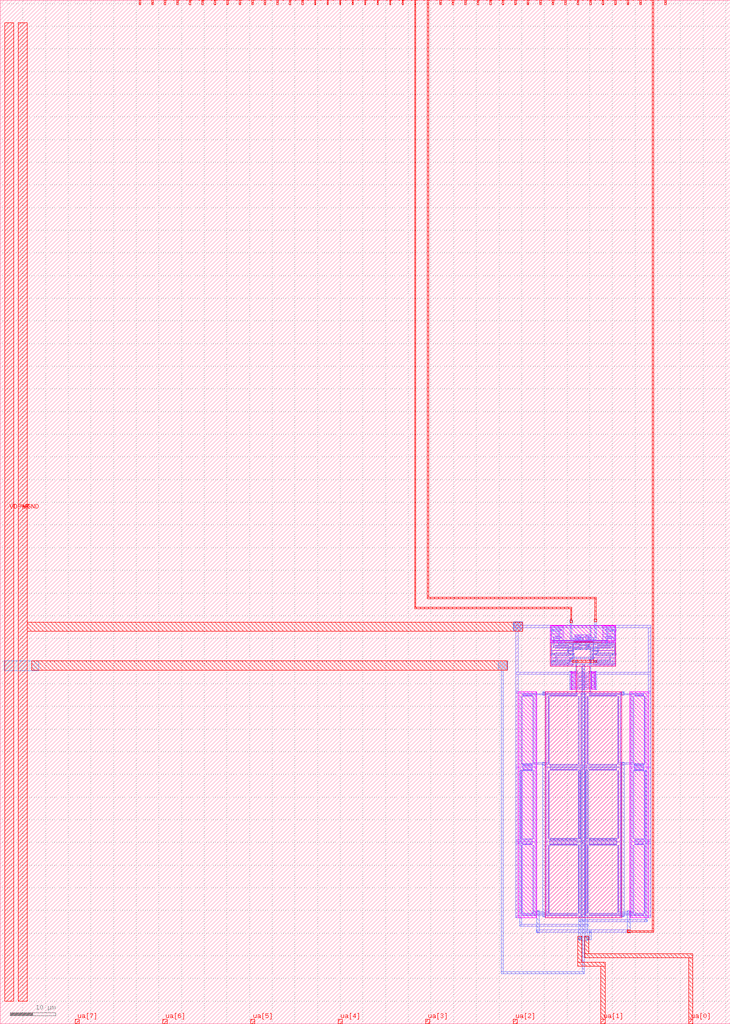
<source format=lef>
VERSION 5.7 ;
  NOWIREEXTENSIONATPIN ON ;
  DIVIDERCHAR "/" ;
  BUSBITCHARS "[]" ;
MACRO tt_um_tdc_its
  CLASS BLOCK ;
  FOREIGN tt_um_tdc_its ;
  ORIGIN 0.000 0.000 ;
  SIZE 161.000 BY 225.760 ;
  PIN clk
    DIRECTION INPUT ;
    USE SIGNAL ;
    ANTENNAGATEAREA 240.000000 ;
    PORT
      LAYER met4 ;
        RECT 143.830 224.760 144.130 225.760 ;
    END
  END clk
  PIN ena
    DIRECTION INPUT ;
    USE SIGNAL ;
    PORT
      LAYER met4 ;
        RECT 146.590 224.760 146.890 225.760 ;
    END
  END ena
  PIN rst_n
    DIRECTION INPUT ;
    USE SIGNAL ;
    PORT
      LAYER met4 ;
        RECT 141.070 224.760 141.370 225.760 ;
    END
  END rst_n
  PIN ua[0]
    DIRECTION INOUT ;
    USE SIGNAL ;
    ANTENNAGATEAREA 120.000000 ;
    PORT
      LAYER met4 ;
        RECT 151.810 0.000 152.710 1.000 ;
    END
  END ua[0]
  PIN ua[1]
    DIRECTION INOUT ;
    USE SIGNAL ;
    ANTENNAGATEAREA 120.000000 ;
    PORT
      LAYER met4 ;
        RECT 132.490 0.000 133.390 1.000 ;
    END
  END ua[1]
  PIN ua[2]
    DIRECTION INOUT ;
    USE SIGNAL ;
    PORT
      LAYER met4 ;
        RECT 113.170 0.000 114.070 1.000 ;
    END
  END ua[2]
  PIN ua[3]
    DIRECTION INOUT ;
    USE SIGNAL ;
    PORT
      LAYER met4 ;
        RECT 93.850 0.000 94.750 1.000 ;
    END
  END ua[3]
  PIN ua[4]
    DIRECTION INOUT ;
    USE SIGNAL ;
    PORT
      LAYER met4 ;
        RECT 74.530 0.000 75.430 1.000 ;
    END
  END ua[4]
  PIN ua[5]
    DIRECTION INOUT ;
    USE SIGNAL ;
    PORT
      LAYER met4 ;
        RECT 55.210 0.000 56.110 1.000 ;
    END
  END ua[5]
  PIN ua[6]
    DIRECTION INOUT ;
    USE SIGNAL ;
    PORT
      LAYER met4 ;
        RECT 35.890 0.000 36.790 1.000 ;
    END
  END ua[6]
  PIN ua[7]
    DIRECTION INOUT ;
    USE SIGNAL ;
    PORT
      LAYER met4 ;
        RECT 16.570 0.000 17.470 1.000 ;
    END
  END ua[7]
  PIN ui_in[0]
    DIRECTION INPUT ;
    USE SIGNAL ;
    PORT
      LAYER met4 ;
        RECT 138.310 224.760 138.610 225.760 ;
    END
  END ui_in[0]
  PIN ui_in[1]
    DIRECTION INPUT ;
    USE SIGNAL ;
    PORT
      LAYER met4 ;
        RECT 135.550 224.760 135.850 225.760 ;
    END
  END ui_in[1]
  PIN ui_in[2]
    DIRECTION INPUT ;
    USE SIGNAL ;
    PORT
      LAYER met4 ;
        RECT 132.790 224.760 133.090 225.760 ;
    END
  END ui_in[2]
  PIN ui_in[3]
    DIRECTION INPUT ;
    USE SIGNAL ;
    PORT
      LAYER met4 ;
        RECT 130.030 224.760 130.330 225.760 ;
    END
  END ui_in[3]
  PIN ui_in[4]
    DIRECTION INPUT ;
    USE SIGNAL ;
    PORT
      LAYER met4 ;
        RECT 127.270 224.760 127.570 225.760 ;
    END
  END ui_in[4]
  PIN ui_in[5]
    DIRECTION INPUT ;
    USE SIGNAL ;
    PORT
      LAYER met4 ;
        RECT 124.510 224.760 124.810 225.760 ;
    END
  END ui_in[5]
  PIN ui_in[6]
    DIRECTION INPUT ;
    USE SIGNAL ;
    PORT
      LAYER met4 ;
        RECT 121.750 224.760 122.050 225.760 ;
    END
  END ui_in[6]
  PIN ui_in[7]
    DIRECTION INPUT ;
    USE SIGNAL ;
    PORT
      LAYER met4 ;
        RECT 118.990 224.760 119.290 225.760 ;
    END
  END ui_in[7]
  PIN uio_in[0]
    DIRECTION INPUT ;
    USE SIGNAL ;
    PORT
      LAYER met4 ;
        RECT 116.230 224.760 116.530 225.760 ;
    END
  END uio_in[0]
  PIN uio_in[1]
    DIRECTION INPUT ;
    USE SIGNAL ;
    PORT
      LAYER met4 ;
        RECT 113.470 224.760 113.770 225.760 ;
    END
  END uio_in[1]
  PIN uio_in[2]
    DIRECTION INPUT ;
    USE SIGNAL ;
    PORT
      LAYER met4 ;
        RECT 110.710 224.760 111.010 225.760 ;
    END
  END uio_in[2]
  PIN uio_in[3]
    DIRECTION INPUT ;
    USE SIGNAL ;
    PORT
      LAYER met4 ;
        RECT 107.950 224.760 108.250 225.760 ;
    END
  END uio_in[3]
  PIN uio_in[4]
    DIRECTION INPUT ;
    USE SIGNAL ;
    PORT
      LAYER met4 ;
        RECT 105.190 224.760 105.490 225.760 ;
    END
  END uio_in[4]
  PIN uio_in[5]
    DIRECTION INPUT ;
    USE SIGNAL ;
    PORT
      LAYER met4 ;
        RECT 102.430 224.760 102.730 225.760 ;
    END
  END uio_in[5]
  PIN uio_in[6]
    DIRECTION INPUT ;
    USE SIGNAL ;
    PORT
      LAYER met4 ;
        RECT 99.670 224.760 99.970 225.760 ;
    END
  END uio_in[6]
  PIN uio_in[7]
    DIRECTION INPUT ;
    USE SIGNAL ;
    PORT
      LAYER met4 ;
        RECT 96.910 224.760 97.210 225.760 ;
    END
  END uio_in[7]
  PIN uio_oe[0]
    DIRECTION OUTPUT ;
    USE SIGNAL ;
    PORT
      LAYER met4 ;
        RECT 49.990 224.760 50.290 225.760 ;
    END
  END uio_oe[0]
  PIN uio_oe[1]
    DIRECTION OUTPUT ;
    USE SIGNAL ;
    PORT
      LAYER met4 ;
        RECT 47.230 224.760 47.530 225.760 ;
    END
  END uio_oe[1]
  PIN uio_oe[2]
    DIRECTION OUTPUT ;
    USE SIGNAL ;
    PORT
      LAYER met4 ;
        RECT 44.470 224.760 44.770 225.760 ;
    END
  END uio_oe[2]
  PIN uio_oe[3]
    DIRECTION OUTPUT ;
    USE SIGNAL ;
    PORT
      LAYER met4 ;
        RECT 41.710 224.760 42.010 225.760 ;
    END
  END uio_oe[3]
  PIN uio_oe[4]
    DIRECTION OUTPUT ;
    USE SIGNAL ;
    PORT
      LAYER met4 ;
        RECT 38.950 224.760 39.250 225.760 ;
    END
  END uio_oe[4]
  PIN uio_oe[5]
    DIRECTION OUTPUT ;
    USE SIGNAL ;
    PORT
      LAYER met4 ;
        RECT 36.190 224.760 36.490 225.760 ;
    END
  END uio_oe[5]
  PIN uio_oe[6]
    DIRECTION OUTPUT ;
    USE SIGNAL ;
    PORT
      LAYER met4 ;
        RECT 33.430 224.760 33.730 225.760 ;
    END
  END uio_oe[6]
  PIN uio_oe[7]
    DIRECTION OUTPUT ;
    USE SIGNAL ;
    PORT
      LAYER met4 ;
        RECT 30.670 224.760 30.970 225.760 ;
    END
  END uio_oe[7]
  PIN uio_out[0]
    DIRECTION OUTPUT ;
    USE SIGNAL ;
    PORT
      LAYER met4 ;
        RECT 72.070 224.760 72.370 225.760 ;
    END
  END uio_out[0]
  PIN uio_out[1]
    DIRECTION OUTPUT ;
    USE SIGNAL ;
    PORT
      LAYER met4 ;
        RECT 69.310 224.760 69.610 225.760 ;
    END
  END uio_out[1]
  PIN uio_out[2]
    DIRECTION OUTPUT ;
    USE SIGNAL ;
    PORT
      LAYER met4 ;
        RECT 66.550 224.760 66.850 225.760 ;
    END
  END uio_out[2]
  PIN uio_out[3]
    DIRECTION OUTPUT ;
    USE SIGNAL ;
    PORT
      LAYER met4 ;
        RECT 63.790 224.760 64.090 225.760 ;
    END
  END uio_out[3]
  PIN uio_out[4]
    DIRECTION OUTPUT ;
    USE SIGNAL ;
    PORT
      LAYER met4 ;
        RECT 61.030 224.760 61.330 225.760 ;
    END
  END uio_out[4]
  PIN uio_out[5]
    DIRECTION OUTPUT ;
    USE SIGNAL ;
    PORT
      LAYER met4 ;
        RECT 58.270 224.760 58.570 225.760 ;
    END
  END uio_out[5]
  PIN uio_out[6]
    DIRECTION OUTPUT ;
    USE SIGNAL ;
    PORT
      LAYER met4 ;
        RECT 55.510 224.760 55.810 225.760 ;
    END
  END uio_out[6]
  PIN uio_out[7]
    DIRECTION OUTPUT ;
    USE SIGNAL ;
    PORT
      LAYER met4 ;
        RECT 52.750 224.760 53.050 225.760 ;
    END
  END uio_out[7]
  PIN uo_out[0]
    DIRECTION OUTPUT ;
    USE SIGNAL ;
    ANTENNAGATEAREA 0.247500 ;
    ANTENNADIFFAREA 0.439000 ;
    PORT
      LAYER met4 ;
        RECT 94.150 224.760 94.450 225.760 ;
    END
  END uo_out[0]
  PIN uo_out[1]
    DIRECTION OUTPUT ;
    USE SIGNAL ;
    ANTENNAGATEAREA 0.247500 ;
    ANTENNADIFFAREA 0.439000 ;
    PORT
      LAYER met4 ;
        RECT 91.390 224.760 91.690 225.760 ;
    END
  END uo_out[1]
  PIN uo_out[2]
    DIRECTION OUTPUT ;
    USE SIGNAL ;
    PORT
      LAYER met4 ;
        RECT 88.630 224.760 88.930 225.760 ;
    END
  END uo_out[2]
  PIN uo_out[3]
    DIRECTION OUTPUT ;
    USE SIGNAL ;
    PORT
      LAYER met4 ;
        RECT 85.870 224.760 86.170 225.760 ;
    END
  END uo_out[3]
  PIN uo_out[4]
    DIRECTION OUTPUT ;
    USE SIGNAL ;
    PORT
      LAYER met4 ;
        RECT 83.110 224.760 83.410 225.760 ;
    END
  END uo_out[4]
  PIN uo_out[5]
    DIRECTION OUTPUT ;
    USE SIGNAL ;
    PORT
      LAYER met4 ;
        RECT 80.350 224.760 80.650 225.760 ;
    END
  END uo_out[5]
  PIN uo_out[6]
    DIRECTION OUTPUT ;
    USE SIGNAL ;
    PORT
      LAYER met4 ;
        RECT 77.590 224.760 77.890 225.760 ;
    END
  END uo_out[6]
  PIN uo_out[7]
    DIRECTION OUTPUT ;
    USE SIGNAL ;
    PORT
      LAYER met4 ;
        RECT 74.830 224.760 75.130 225.760 ;
    END
  END uo_out[7]
  PIN VDPWR
    DIRECTION INOUT ;
    USE POWER ;
    PORT
      LAYER met4 ;
        RECT 1.000 5.000 3.000 220.760 ;
    END
  END VDPWR
  PIN VGND
    DIRECTION INOUT ;
    USE GROUND ;
    PORT
      LAYER met4 ;
        RECT 4.000 5.000 6.000 220.760 ;
    END
  END VGND
  OBS
      LAYER pwell ;
        RECT 121.335 87.745 124.435 87.845 ;
        RECT 132.665 87.745 135.765 87.845 ;
        RECT 121.335 84.425 135.765 87.745 ;
        RECT 121.335 84.155 124.435 84.425 ;
      LAYER nwell ;
        RECT 126.525 84.155 130.575 84.220 ;
      LAYER pwell ;
        RECT 132.665 84.155 135.765 84.425 ;
      LAYER nwell ;
        RECT 121.335 78.885 135.765 84.155 ;
      LAYER pwell ;
        RECT 125.780 77.610 125.950 77.635 ;
        RECT 125.780 77.465 126.880 77.610 ;
        RECT 125.970 73.740 126.880 77.465 ;
      LAYER nwell ;
        RECT 127.170 73.250 130.000 78.885 ;
      LAYER pwell ;
        RECT 131.220 77.610 131.390 77.635 ;
        RECT 130.290 77.465 131.390 77.610 ;
        RECT 130.290 73.740 131.200 77.465 ;
        RECT 114.240 23.425 118.340 73.245 ;
      LAYER nwell ;
        RECT 120.160 23.430 137.035 73.250 ;
      LAYER pwell ;
        RECT 138.855 23.425 142.955 73.245 ;
      LAYER li1 ;
        RECT 121.515 87.495 124.255 87.665 ;
        RECT 121.515 86.085 121.685 87.495 ;
        RECT 122.025 86.625 122.195 86.955 ;
        RECT 122.365 86.925 123.405 87.095 ;
        RECT 122.365 86.485 123.405 86.655 ;
        RECT 123.575 86.625 123.745 86.955 ;
        RECT 124.085 86.085 124.255 87.495 ;
        RECT 121.515 85.915 124.255 86.085 ;
        RECT 121.515 84.505 121.685 85.915 ;
        RECT 122.025 85.045 122.195 85.375 ;
        RECT 122.365 85.345 123.405 85.515 ;
        RECT 122.365 84.905 123.405 85.075 ;
        RECT 123.575 85.045 123.745 85.375 ;
        RECT 124.085 84.505 124.255 85.915 ;
        RECT 132.845 87.495 135.585 87.665 ;
        RECT 132.845 86.085 133.015 87.495 ;
        RECT 133.355 86.625 133.525 86.955 ;
        RECT 133.695 86.925 134.735 87.095 ;
        RECT 133.695 86.485 134.735 86.655 ;
        RECT 134.905 86.625 135.075 86.955 ;
        RECT 135.415 86.085 135.585 87.495 ;
        RECT 132.845 85.915 135.585 86.085 ;
        RECT 126.715 85.440 128.095 85.610 ;
        RECT 129.005 85.440 130.385 85.610 ;
        RECT 126.800 84.640 127.110 85.440 ;
        RECT 127.315 84.640 128.010 85.270 ;
        RECT 129.090 84.640 129.400 85.440 ;
        RECT 129.605 84.640 130.300 85.270 ;
        RECT 121.515 84.335 124.255 84.505 ;
        RECT 126.810 84.200 127.145 84.470 ;
        RECT 127.315 84.040 127.485 84.640 ;
        RECT 127.655 84.200 127.990 84.450 ;
        RECT 129.100 84.200 129.435 84.470 ;
        RECT 129.605 84.040 129.775 84.640 ;
        RECT 132.845 84.505 133.015 85.915 ;
        RECT 133.355 85.045 133.525 85.375 ;
        RECT 133.695 85.345 134.735 85.515 ;
        RECT 133.695 84.905 134.735 85.075 ;
        RECT 134.905 85.045 135.075 85.375 ;
        RECT 135.415 84.505 135.585 85.915 ;
        RECT 129.945 84.200 130.280 84.450 ;
        RECT 132.845 84.335 135.585 84.505 ;
        RECT 121.515 83.805 126.345 83.975 ;
        RECT 121.515 82.395 121.685 83.805 ;
        RECT 122.025 82.935 122.195 83.265 ;
        RECT 122.410 83.235 125.450 83.405 ;
        RECT 122.410 82.795 125.450 82.965 ;
        RECT 125.665 82.935 125.835 83.265 ;
        RECT 126.175 82.395 126.345 83.805 ;
        RECT 126.800 82.890 127.080 84.030 ;
        RECT 127.250 83.060 127.580 84.040 ;
        RECT 127.750 82.890 128.010 84.030 ;
        RECT 129.090 82.890 129.370 84.030 ;
        RECT 129.540 83.060 129.870 84.040 ;
        RECT 130.040 82.890 130.300 84.030 ;
        RECT 130.755 83.805 135.585 83.975 ;
        RECT 126.715 82.720 128.095 82.890 ;
        RECT 129.005 82.720 130.385 82.890 ;
        RECT 121.515 82.225 126.345 82.395 ;
        RECT 121.515 80.815 121.685 82.225 ;
        RECT 122.025 81.355 122.195 81.685 ;
        RECT 122.410 81.655 125.450 81.825 ;
        RECT 122.410 81.215 125.450 81.385 ;
        RECT 125.665 81.355 125.835 81.685 ;
        RECT 126.175 80.815 126.345 82.225 ;
        RECT 121.515 80.645 126.345 80.815 ;
        RECT 121.515 79.235 121.685 80.645 ;
        RECT 122.025 79.775 122.195 80.105 ;
        RECT 122.410 80.075 125.450 80.245 ;
        RECT 122.410 79.635 125.450 79.805 ;
        RECT 125.665 79.775 125.835 80.105 ;
        RECT 126.175 79.235 126.345 80.645 ;
        RECT 121.515 79.065 126.345 79.235 ;
        RECT 130.755 82.395 130.925 83.805 ;
        RECT 131.265 82.935 131.435 83.265 ;
        RECT 131.650 83.235 134.690 83.405 ;
        RECT 131.650 82.795 134.690 82.965 ;
        RECT 134.905 82.935 135.075 83.265 ;
        RECT 135.415 82.395 135.585 83.805 ;
        RECT 130.755 82.225 135.585 82.395 ;
        RECT 130.755 80.815 130.925 82.225 ;
        RECT 131.265 81.355 131.435 81.685 ;
        RECT 131.650 81.655 134.690 81.825 ;
        RECT 131.650 81.215 134.690 81.385 ;
        RECT 134.905 81.355 135.075 81.685 ;
        RECT 135.415 80.815 135.585 82.225 ;
        RECT 130.755 80.645 135.585 80.815 ;
        RECT 130.755 79.235 130.925 80.645 ;
        RECT 131.265 79.775 131.435 80.105 ;
        RECT 131.650 80.075 134.690 80.245 ;
        RECT 131.650 79.635 134.690 79.805 ;
        RECT 134.905 79.775 135.075 80.105 ;
        RECT 135.415 79.235 135.585 80.645 ;
        RECT 130.755 79.065 135.585 79.235 ;
        RECT 125.780 77.525 125.950 77.780 ;
        RECT 125.780 77.270 126.410 77.525 ;
        RECT 126.580 77.350 127.530 77.695 ;
        RECT 128.500 77.525 128.670 77.780 ;
        RECT 125.780 76.600 125.950 77.270 ;
        RECT 126.580 77.100 126.770 77.350 ;
        RECT 127.360 77.100 127.530 77.350 ;
        RECT 127.700 77.270 129.470 77.525 ;
        RECT 129.640 77.350 130.590 77.695 ;
        RECT 131.220 77.525 131.390 77.780 ;
        RECT 126.120 76.770 126.770 77.100 ;
        RECT 125.780 76.430 126.410 76.600 ;
        RECT 125.780 75.760 125.950 76.430 ;
        RECT 126.580 76.260 126.770 76.770 ;
        RECT 126.120 75.930 126.770 76.260 ;
        RECT 125.780 75.590 126.410 75.760 ;
        RECT 125.780 74.920 125.950 75.590 ;
        RECT 126.580 75.420 126.770 75.930 ;
        RECT 126.120 75.090 126.770 75.420 ;
        RECT 125.780 74.750 126.410 74.920 ;
        RECT 125.780 74.080 125.950 74.750 ;
        RECT 126.580 74.580 126.770 75.090 ;
        RECT 126.120 74.250 126.770 74.580 ;
        RECT 125.780 73.775 126.410 74.080 ;
        RECT 126.580 74.045 126.770 74.250 ;
        RECT 126.940 74.245 127.190 77.100 ;
        RECT 127.360 76.770 128.330 77.100 ;
        RECT 127.360 76.260 127.530 76.770 ;
        RECT 128.500 76.600 128.670 77.270 ;
        RECT 129.640 77.100 129.810 77.350 ;
        RECT 130.400 77.100 130.590 77.350 ;
        RECT 130.760 77.270 131.390 77.525 ;
        RECT 128.840 76.770 129.810 77.100 ;
        RECT 127.700 76.430 129.470 76.600 ;
        RECT 127.360 75.930 128.330 76.260 ;
        RECT 127.360 75.420 127.530 75.930 ;
        RECT 128.500 75.760 128.670 76.430 ;
        RECT 129.640 76.260 129.810 76.770 ;
        RECT 128.840 75.930 129.810 76.260 ;
        RECT 127.700 75.590 129.470 75.760 ;
        RECT 127.360 75.090 128.330 75.420 ;
        RECT 127.360 74.580 127.530 75.090 ;
        RECT 128.500 74.920 128.670 75.590 ;
        RECT 129.640 75.420 129.810 75.930 ;
        RECT 128.840 75.090 129.810 75.420 ;
        RECT 127.700 74.750 129.470 74.920 ;
        RECT 127.360 74.250 128.330 74.580 ;
        RECT 126.940 74.215 127.110 74.245 ;
        RECT 127.360 74.045 127.530 74.250 ;
        RECT 128.500 74.080 128.670 74.750 ;
        RECT 129.640 74.580 129.810 75.090 ;
        RECT 128.840 74.250 129.810 74.580 ;
        RECT 125.780 73.640 125.950 73.775 ;
        RECT 126.580 73.725 127.530 74.045 ;
        RECT 127.700 73.780 129.470 74.080 ;
        RECT 129.640 74.045 129.810 74.250 ;
        RECT 129.980 74.245 130.230 77.100 ;
        RECT 130.400 76.770 131.050 77.100 ;
        RECT 130.400 76.260 130.590 76.770 ;
        RECT 131.220 76.600 131.390 77.270 ;
        RECT 130.760 76.430 131.390 76.600 ;
        RECT 130.400 75.930 131.050 76.260 ;
        RECT 130.400 75.420 130.590 75.930 ;
        RECT 131.220 75.760 131.390 76.430 ;
        RECT 130.760 75.590 131.390 75.760 ;
        RECT 130.400 75.090 131.050 75.420 ;
        RECT 130.400 74.580 130.590 75.090 ;
        RECT 131.220 74.920 131.390 75.590 ;
        RECT 130.760 74.750 131.390 74.920 ;
        RECT 130.400 74.250 131.050 74.580 ;
        RECT 130.400 74.045 130.590 74.250 ;
        RECT 131.220 74.080 131.390 74.750 ;
        RECT 128.500 73.640 128.670 73.780 ;
        RECT 129.640 73.725 130.590 74.045 ;
        RECT 130.760 73.775 131.390 74.080 ;
        RECT 131.220 73.640 131.390 73.775 ;
        RECT 113.740 73.245 114.240 73.425 ;
        RECT 113.740 72.895 118.160 73.245 ;
        RECT 113.740 56.635 114.590 72.895 ;
        RECT 115.270 72.325 117.310 72.495 ;
        RECT 114.930 57.265 115.100 72.265 ;
        RECT 117.480 57.265 117.650 72.265 ;
        RECT 115.270 57.035 117.310 57.205 ;
        RECT 117.990 56.635 118.160 72.895 ;
        RECT 113.740 56.465 118.160 56.635 ;
        RECT 113.740 40.205 114.590 56.465 ;
        RECT 115.270 55.895 117.310 56.065 ;
        RECT 114.930 40.835 115.100 55.835 ;
        RECT 117.480 40.835 117.650 55.835 ;
        RECT 115.270 40.605 117.310 40.775 ;
        RECT 117.990 40.205 118.160 56.465 ;
        RECT 113.740 40.035 118.160 40.205 ;
        RECT 113.740 23.775 114.590 40.035 ;
        RECT 115.270 39.465 117.310 39.635 ;
        RECT 114.930 24.405 115.100 39.405 ;
        RECT 117.480 24.405 117.650 39.405 ;
        RECT 115.270 24.175 117.310 24.345 ;
        RECT 117.990 23.775 118.160 40.035 ;
        RECT 113.740 23.425 118.160 23.775 ;
        RECT 120.340 72.900 128.350 73.250 ;
        RECT 120.340 56.640 120.510 72.900 ;
        RECT 121.235 72.330 127.275 72.500 ;
        RECT 120.850 57.270 121.020 72.270 ;
        RECT 127.490 57.270 127.660 72.270 ;
        RECT 121.235 57.040 127.275 57.210 ;
        RECT 128.000 56.640 128.350 72.900 ;
        RECT 120.340 56.470 128.350 56.640 ;
        RECT 120.340 40.210 120.510 56.470 ;
        RECT 121.235 55.900 127.275 56.070 ;
        RECT 120.850 40.840 121.020 55.840 ;
        RECT 127.490 40.840 127.660 55.840 ;
        RECT 121.235 40.610 127.275 40.780 ;
        RECT 128.000 40.210 128.350 56.470 ;
        RECT 120.340 40.040 128.350 40.210 ;
        RECT 120.340 23.780 120.510 40.040 ;
        RECT 121.235 39.470 127.275 39.640 ;
        RECT 120.850 24.410 121.020 39.410 ;
        RECT 127.490 24.410 127.660 39.410 ;
        RECT 121.235 24.180 127.275 24.350 ;
        RECT 128.000 23.780 128.350 40.040 ;
        RECT 120.340 23.430 128.350 23.780 ;
        RECT 128.845 72.900 136.855 73.250 ;
        RECT 142.955 73.245 143.455 73.425 ;
        RECT 128.845 56.640 129.195 72.900 ;
        RECT 129.920 72.330 135.960 72.500 ;
        RECT 129.535 57.270 129.705 72.270 ;
        RECT 136.175 57.270 136.345 72.270 ;
        RECT 129.920 57.040 135.960 57.210 ;
        RECT 136.685 56.640 136.855 72.900 ;
        RECT 128.845 56.470 136.855 56.640 ;
        RECT 128.845 40.210 129.195 56.470 ;
        RECT 129.920 55.900 135.960 56.070 ;
        RECT 129.535 40.840 129.705 55.840 ;
        RECT 136.175 40.840 136.345 55.840 ;
        RECT 129.920 40.610 135.960 40.780 ;
        RECT 136.685 40.210 136.855 56.470 ;
        RECT 128.845 40.040 136.855 40.210 ;
        RECT 128.845 23.780 129.195 40.040 ;
        RECT 129.920 39.470 135.960 39.640 ;
        RECT 129.535 24.410 129.705 39.410 ;
        RECT 136.175 24.410 136.345 39.410 ;
        RECT 129.920 24.180 135.960 24.350 ;
        RECT 136.685 23.780 136.855 40.040 ;
        RECT 128.845 23.430 136.855 23.780 ;
        RECT 139.035 72.895 143.455 73.245 ;
        RECT 139.035 56.635 139.205 72.895 ;
        RECT 139.885 72.325 141.925 72.495 ;
        RECT 139.545 57.265 139.715 72.265 ;
        RECT 142.095 57.265 142.265 72.265 ;
        RECT 139.885 57.035 141.925 57.205 ;
        RECT 142.605 56.635 143.455 72.895 ;
        RECT 139.035 56.465 143.455 56.635 ;
        RECT 139.035 40.205 139.205 56.465 ;
        RECT 139.885 55.895 141.925 56.065 ;
        RECT 139.545 40.835 139.715 55.835 ;
        RECT 142.095 40.835 142.265 55.835 ;
        RECT 139.885 40.605 141.925 40.775 ;
        RECT 142.605 40.205 143.455 56.465 ;
        RECT 139.035 40.035 143.455 40.205 ;
        RECT 139.035 23.775 139.205 40.035 ;
        RECT 139.885 39.465 141.925 39.635 ;
        RECT 139.545 24.405 139.715 39.405 ;
        RECT 142.095 24.405 142.265 39.405 ;
        RECT 139.885 24.175 141.925 24.345 ;
        RECT 142.605 23.775 143.455 40.035 ;
        RECT 139.035 23.425 143.455 23.775 ;
      LAYER met1 ;
        RECT 113.190 87.845 115.290 88.570 ;
        RECT 113.190 87.360 143.485 87.845 ;
        RECT 113.190 86.570 115.290 87.360 ;
        RECT 123.135 87.125 123.385 87.360 ;
        RECT 121.285 86.625 121.665 86.955 ;
        RECT 121.845 86.625 122.225 86.955 ;
        RECT 122.385 86.895 123.385 87.125 ;
        RECT 113.710 77.560 114.270 86.570 ;
        RECT 121.335 81.685 121.595 86.625 ;
        RECT 122.385 86.455 123.385 86.685 ;
        RECT 123.545 86.625 123.825 86.955 ;
        RECT 123.135 85.545 123.385 86.455 ;
        RECT 130.070 85.765 130.385 87.360 ;
        RECT 133.715 87.125 133.965 87.360 ;
        RECT 133.275 86.625 133.555 86.955 ;
        RECT 133.715 86.895 134.715 87.125 ;
        RECT 133.715 86.455 134.715 86.685 ;
        RECT 134.875 86.625 135.255 86.955 ;
        RECT 135.435 86.625 135.815 86.955 ;
        RECT 121.945 84.595 122.225 85.375 ;
        RECT 122.385 85.315 123.385 85.545 ;
        RECT 122.385 84.875 123.385 85.105 ;
        RECT 123.545 85.045 123.825 85.375 ;
        RECT 126.715 85.285 130.390 85.765 ;
        RECT 133.715 85.545 133.965 86.455 ;
        RECT 121.895 84.335 122.275 84.595 ;
        RECT 121.945 82.935 122.225 84.335 ;
        RECT 123.135 83.975 123.385 84.875 ;
        RECT 127.640 84.810 128.675 85.090 ;
        RECT 129.720 84.835 130.110 85.115 ;
        RECT 133.275 85.045 133.555 85.375 ;
        RECT 133.715 85.315 134.715 85.545 ;
        RECT 133.715 84.875 134.715 85.105 ;
        RECT 126.800 84.135 127.135 84.480 ;
        RECT 123.085 83.715 123.465 83.975 ;
        RECT 126.165 83.715 126.525 83.975 ;
        RECT 126.750 83.865 127.185 84.135 ;
        RECT 123.135 83.435 123.385 83.715 ;
        RECT 122.430 83.205 125.430 83.435 ;
        RECT 122.430 82.765 125.480 82.995 ;
        RECT 125.635 82.935 125.915 83.265 ;
        RECT 125.120 82.735 125.480 82.765 ;
        RECT 126.215 82.395 126.475 83.715 ;
        RECT 127.655 83.695 127.990 84.530 ;
        RECT 128.395 84.505 128.675 84.810 ;
        RECT 133.715 84.595 133.965 84.875 ;
        RECT 128.395 84.225 129.435 84.505 ;
        RECT 129.895 84.200 130.330 84.530 ;
        RECT 130.575 84.335 130.935 84.595 ;
        RECT 133.635 84.335 134.015 84.595 ;
        RECT 127.655 83.525 129.850 83.695 ;
        RECT 127.655 83.360 129.900 83.525 ;
        RECT 129.510 83.245 129.900 83.360 ;
        RECT 126.715 82.565 130.385 83.045 ;
        RECT 125.120 82.135 125.480 82.395 ;
        RECT 126.165 82.135 126.525 82.395 ;
        RECT 125.170 81.855 125.430 82.135 ;
        RECT 121.285 81.355 121.665 81.685 ;
        RECT 121.895 81.355 122.275 81.685 ;
        RECT 122.430 81.625 125.430 81.855 ;
        RECT 125.170 81.620 125.430 81.625 ;
        RECT 122.430 81.185 125.430 81.415 ;
        RECT 125.585 81.355 125.965 81.685 ;
        RECT 122.430 80.275 122.680 81.185 ;
        RECT 125.585 80.465 125.965 80.795 ;
        RECT 121.895 79.775 122.275 80.105 ;
        RECT 122.430 80.045 125.430 80.275 ;
        RECT 125.635 80.105 125.915 80.465 ;
        RECT 122.430 79.605 125.430 79.835 ;
        RECT 125.585 79.775 125.965 80.105 ;
        RECT 125.180 79.370 125.430 79.605 ;
        RECT 128.295 79.370 128.895 79.405 ;
        RECT 130.070 79.370 130.385 82.565 ;
        RECT 130.625 82.395 130.885 84.335 ;
        RECT 133.715 83.435 133.965 84.335 ;
        RECT 134.875 83.975 135.155 85.375 ;
        RECT 134.825 83.715 135.205 83.975 ;
        RECT 131.185 82.935 131.465 83.265 ;
        RECT 131.670 83.205 134.670 83.435 ;
        RECT 131.620 82.765 134.670 82.995 ;
        RECT 134.875 82.935 135.155 83.715 ;
        RECT 131.620 82.735 131.980 82.765 ;
        RECT 130.575 82.135 130.935 82.395 ;
        RECT 131.620 82.135 131.980 82.395 ;
        RECT 131.670 81.855 131.930 82.135 ;
        RECT 130.525 81.355 130.905 81.685 ;
        RECT 131.135 81.355 131.515 81.685 ;
        RECT 131.670 81.625 134.670 81.855 ;
        RECT 135.505 81.685 135.765 86.625 ;
        RECT 130.575 80.795 130.855 81.355 ;
        RECT 131.670 81.185 134.670 81.415 ;
        RECT 134.825 81.355 135.205 81.685 ;
        RECT 135.435 81.355 135.815 81.685 ;
        RECT 130.575 80.465 130.975 80.795 ;
        RECT 130.575 80.415 130.855 80.465 ;
        RECT 134.420 80.275 134.670 81.185 ;
        RECT 131.135 79.775 131.515 80.105 ;
        RECT 131.670 80.045 134.670 80.275 ;
        RECT 131.670 79.605 134.670 79.835 ;
        RECT 134.875 79.775 135.155 80.105 ;
        RECT 131.670 79.370 131.920 79.605 ;
        RECT 121.335 78.885 135.765 79.370 ;
        RECT 125.625 77.560 126.105 77.780 ;
        RECT 113.710 77.060 126.105 77.560 ;
        RECT 126.890 77.300 127.200 77.745 ;
        RECT 113.710 40.545 114.270 77.060 ;
        RECT 125.625 73.640 126.105 77.060 ;
        RECT 119.660 72.765 120.160 73.065 ;
        RECT 126.910 72.765 127.140 76.860 ;
        RECT 115.290 72.515 127.255 72.765 ;
        RECT 128.295 72.650 128.895 78.885 ;
        RECT 129.945 77.300 130.255 77.745 ;
        RECT 131.065 77.555 131.545 77.780 ;
        RECT 142.925 77.555 143.485 87.360 ;
        RECT 131.065 77.055 143.485 77.555 ;
        RECT 130.030 72.765 130.260 76.860 ;
        RECT 131.065 73.640 131.545 77.055 ;
        RECT 137.035 72.765 137.535 73.065 ;
        RECT 115.290 72.265 117.290 72.515 ;
        RECT 119.660 72.465 120.160 72.515 ;
        RECT 121.255 72.270 127.255 72.515 ;
        RECT 114.900 57.285 115.130 72.245 ;
        RECT 117.450 57.535 117.680 72.245 ;
        RECT 119.575 57.535 120.235 57.610 ;
        RECT 120.820 57.535 121.050 72.250 ;
        RECT 115.290 56.925 117.290 57.315 ;
        RECT 117.450 57.285 121.050 57.535 ;
        RECT 127.460 57.290 127.690 72.250 ;
        RECT 119.575 57.010 120.235 57.285 ;
        RECT 121.255 56.980 127.255 57.240 ;
        RECT 128.140 56.980 129.055 72.650 ;
        RECT 129.940 72.515 141.905 72.765 ;
        RECT 129.940 72.270 135.940 72.515 ;
        RECT 137.035 72.465 137.535 72.515 ;
        RECT 139.905 72.265 141.905 72.515 ;
        RECT 129.505 57.290 129.735 72.250 ;
        RECT 136.145 57.535 136.375 72.250 ;
        RECT 136.960 57.535 137.620 57.610 ;
        RECT 139.515 57.535 139.745 72.245 ;
        RECT 136.145 57.285 139.745 57.535 ;
        RECT 129.940 56.980 135.940 57.240 ;
        RECT 136.960 57.010 137.620 57.285 ;
        RECT 121.255 56.670 135.940 56.980 ;
        RECT 139.905 56.925 141.905 57.315 ;
        RECT 142.065 57.285 142.295 72.245 ;
        RECT 120.760 56.440 136.435 56.670 ;
        RECT 114.630 55.815 114.930 55.885 ;
        RECT 114.630 40.855 115.130 55.815 ;
        RECT 115.290 55.785 117.290 56.175 ;
        RECT 121.255 56.130 135.940 56.440 ;
        RECT 121.255 55.870 127.255 56.130 ;
        RECT 127.660 55.820 127.960 55.890 ;
        RECT 117.450 40.855 117.680 55.815 ;
        RECT 120.820 40.860 121.050 55.820 ;
        RECT 114.630 40.785 114.930 40.855 ;
        RECT 115.290 40.545 117.290 40.805 ;
        RECT 113.710 39.695 117.290 40.545 ;
        RECT 121.255 40.500 127.255 40.890 ;
        RECT 127.460 40.860 127.960 55.820 ;
        RECT 127.660 40.790 127.960 40.860 ;
        RECT 128.140 40.460 129.055 56.130 ;
        RECT 129.235 55.820 129.535 55.890 ;
        RECT 129.940 55.870 135.940 56.130 ;
        RECT 129.235 40.860 129.735 55.820 ;
        RECT 129.235 40.790 129.535 40.860 ;
        RECT 129.940 40.500 135.940 40.890 ;
        RECT 136.145 40.860 136.375 55.820 ;
        RECT 139.515 40.855 139.745 55.815 ;
        RECT 139.905 55.785 141.905 56.175 ;
        RECT 142.265 55.815 142.565 55.885 ;
        RECT 142.065 40.855 142.565 55.815 ;
        RECT 139.905 40.545 141.905 40.805 ;
        RECT 142.265 40.785 142.565 40.855 ;
        RECT 142.925 40.545 143.485 77.055 ;
        RECT 128.295 39.790 128.895 40.460 ;
        RECT 113.710 23.365 114.270 39.695 ;
        RECT 115.290 39.435 117.290 39.695 ;
        RECT 114.900 24.425 115.130 39.385 ;
        RECT 117.450 24.675 117.680 39.385 ;
        RECT 118.340 24.675 118.840 24.975 ;
        RECT 120.820 24.675 121.050 39.390 ;
        RECT 121.255 39.360 127.255 39.750 ;
        RECT 117.450 24.425 121.050 24.675 ;
        RECT 127.460 24.430 127.690 39.390 ;
        RECT 115.290 24.155 117.290 24.405 ;
        RECT 118.340 24.375 118.840 24.425 ;
        RECT 121.255 24.155 127.255 24.410 ;
        RECT 115.290 23.905 127.255 24.155 ;
        RECT 128.140 24.030 129.055 39.790 ;
        RECT 129.505 24.430 129.735 39.390 ;
        RECT 129.940 39.360 135.940 39.750 ;
        RECT 139.905 39.695 143.485 40.545 ;
        RECT 139.905 39.435 141.905 39.695 ;
        RECT 136.145 24.675 136.375 39.390 ;
        RECT 138.355 24.675 138.855 24.975 ;
        RECT 139.515 24.675 139.745 39.385 ;
        RECT 136.145 24.425 139.745 24.675 ;
        RECT 142.065 24.425 142.295 39.385 ;
        RECT 129.940 24.155 135.940 24.410 ;
        RECT 138.355 24.375 138.855 24.425 ;
        RECT 139.905 24.155 141.905 24.405 ;
        RECT 119.660 23.605 120.160 23.905 ;
        RECT 128.295 23.370 128.895 24.030 ;
        RECT 129.940 23.905 141.905 24.155 ;
        RECT 137.035 23.605 137.535 23.905 ;
        RECT 142.925 23.365 143.485 39.695 ;
        RECT 127.610 22.925 128.010 22.975 ;
        RECT 142.215 22.925 142.615 22.975 ;
        RECT 127.610 22.525 142.615 22.925 ;
        RECT 127.610 22.475 128.010 22.525 ;
        RECT 142.215 22.475 142.615 22.525 ;
        RECT 114.580 21.945 114.980 21.995 ;
        RECT 129.185 21.945 129.585 21.995 ;
        RECT 114.580 21.545 129.585 21.945 ;
        RECT 114.580 21.495 114.980 21.545 ;
        RECT 129.185 21.495 129.585 21.545 ;
        RECT 118.290 20.730 118.890 20.780 ;
        RECT 129.930 20.730 130.330 20.780 ;
        RECT 138.305 20.730 138.905 20.780 ;
        RECT 118.290 20.130 138.905 20.730 ;
        RECT 118.290 20.080 118.890 20.130 ;
        RECT 129.930 20.080 130.330 20.130 ;
        RECT 138.305 20.080 138.905 20.130 ;
      LAYER met2 ;
        RECT 125.760 88.995 126.020 89.255 ;
        RECT 131.145 89.245 131.425 89.255 ;
        RECT 113.240 86.520 115.240 88.620 ;
        RECT 125.675 88.410 126.170 88.995 ;
        RECT 131.045 88.660 131.540 89.245 ;
        RECT 121.335 86.955 121.615 87.005 ;
        RECT 121.895 86.955 122.175 87.005 ;
        RECT 121.335 86.625 122.175 86.955 ;
        RECT 121.335 86.575 121.615 86.625 ;
        RECT 121.895 86.575 122.175 86.625 ;
        RECT 125.760 85.070 126.020 88.410 ;
        RECT 127.690 85.070 127.980 85.140 ;
        RECT 125.760 84.810 127.980 85.070 ;
        RECT 127.690 84.760 127.980 84.810 ;
        RECT 129.770 85.115 130.060 85.165 ;
        RECT 131.145 85.115 131.425 88.660 ;
        RECT 134.925 86.955 135.205 87.005 ;
        RECT 135.485 86.955 135.765 87.005 ;
        RECT 134.925 86.625 135.765 86.955 ;
        RECT 134.925 86.575 135.205 86.625 ;
        RECT 135.485 86.575 135.765 86.625 ;
        RECT 129.770 84.835 131.425 85.115 ;
        RECT 129.770 84.785 130.060 84.835 ;
        RECT 121.945 84.595 122.225 84.645 ;
        RECT 130.625 84.595 130.885 84.645 ;
        RECT 133.685 84.595 133.965 84.645 ;
        RECT 121.945 84.335 133.965 84.595 ;
        RECT 121.945 84.285 122.225 84.335 ;
        RECT 123.135 83.975 123.415 84.025 ;
        RECT 126.215 83.975 126.475 84.025 ;
        RECT 126.800 83.975 127.135 84.185 ;
        RECT 129.945 84.150 130.280 84.335 ;
        RECT 130.625 84.285 130.885 84.335 ;
        RECT 133.685 84.285 133.965 84.335 ;
        RECT 134.875 83.975 135.155 84.025 ;
        RECT 123.135 83.715 135.155 83.975 ;
        RECT 123.135 83.665 123.415 83.715 ;
        RECT 126.215 83.665 126.475 83.715 ;
        RECT 134.875 83.665 135.155 83.715 ;
        RECT 129.560 83.195 129.850 83.575 ;
        RECT 125.170 82.995 125.430 83.045 ;
        RECT 131.670 82.995 131.930 83.045 ;
        RECT 125.170 82.735 131.930 82.995 ;
        RECT 125.170 82.685 125.430 82.735 ;
        RECT 126.845 82.515 127.105 82.735 ;
        RECT 127.770 82.515 128.030 82.735 ;
        RECT 129.150 82.515 129.410 82.735 ;
        RECT 130.070 82.515 130.330 82.735 ;
        RECT 131.670 82.685 131.930 82.735 ;
        RECT 125.170 82.395 125.430 82.445 ;
        RECT 126.215 82.395 126.475 82.445 ;
        RECT 125.170 82.135 126.475 82.395 ;
        RECT 125.170 82.085 125.430 82.135 ;
        RECT 126.215 82.085 126.475 82.135 ;
        RECT 130.625 82.395 130.885 82.445 ;
        RECT 131.670 82.395 131.930 82.445 ;
        RECT 130.625 82.135 131.930 82.395 ;
        RECT 130.625 82.085 130.885 82.135 ;
        RECT 131.670 82.085 131.930 82.135 ;
        RECT 121.335 81.685 121.615 81.735 ;
        RECT 121.945 81.685 122.225 81.735 ;
        RECT 121.335 81.355 122.225 81.685 ;
        RECT 121.335 81.305 121.615 81.355 ;
        RECT 121.945 81.305 122.225 81.355 ;
        RECT 125.635 81.685 125.915 81.735 ;
        RECT 126.245 81.685 126.525 81.735 ;
        RECT 125.635 81.355 126.525 81.685 ;
        RECT 125.635 81.305 125.915 81.355 ;
        RECT 126.245 81.305 126.525 81.355 ;
        RECT 130.575 81.685 130.855 81.735 ;
        RECT 131.185 81.685 131.465 81.735 ;
        RECT 130.575 81.355 131.465 81.685 ;
        RECT 130.575 81.305 130.855 81.355 ;
        RECT 131.185 81.305 131.465 81.355 ;
        RECT 134.875 81.685 135.155 81.735 ;
        RECT 135.485 81.685 135.765 81.735 ;
        RECT 134.875 81.355 135.765 81.685 ;
        RECT 134.875 81.305 135.155 81.355 ;
        RECT 135.485 81.305 135.765 81.355 ;
        RECT 125.635 80.795 125.915 80.845 ;
        RECT 130.640 80.795 130.925 80.845 ;
        RECT 125.635 80.465 130.925 80.795 ;
        RECT 125.635 80.415 125.915 80.465 ;
        RECT 121.945 80.105 122.225 80.155 ;
        RECT 109.850 77.960 111.850 80.060 ;
        RECT 121.335 79.775 122.225 80.105 ;
        RECT 121.945 79.725 122.225 79.775 ;
        RECT 125.635 79.725 125.915 80.155 ;
        RECT 126.915 80.080 127.170 80.160 ;
        RECT 126.855 79.800 127.235 80.080 ;
        RECT 110.450 11.500 110.925 77.960 ;
        RECT 126.915 77.695 127.170 79.800 ;
        RECT 126.840 77.350 127.250 77.695 ;
        RECT 119.610 72.515 120.210 73.250 ;
        RECT 119.605 57.535 120.205 57.640 ;
        RECT 115.240 55.835 117.340 57.265 ;
        RECT 119.605 57.040 120.210 57.535 ;
        RECT 114.580 21.945 114.980 55.835 ;
        RECT 114.530 21.545 115.030 21.945 ;
        RECT 118.290 20.730 118.890 24.925 ;
        RECT 119.605 24.155 120.205 57.040 ;
        RECT 121.205 39.410 127.305 40.840 ;
        RECT 119.605 23.655 120.210 24.155 ;
        RECT 119.605 23.650 120.205 23.655 ;
        RECT 127.610 22.925 128.010 55.840 ;
        RECT 127.560 22.525 128.060 22.925 ;
        RECT 128.320 22.765 128.880 79.400 ;
        RECT 129.970 77.695 130.230 80.465 ;
        RECT 130.640 80.415 130.925 80.465 ;
        RECT 131.185 79.725 131.465 80.155 ;
        RECT 129.895 77.350 130.305 77.695 ;
        RECT 136.985 72.515 137.585 73.250 ;
        RECT 136.990 57.535 137.590 57.640 ;
        RECT 136.985 57.040 137.590 57.535 ;
        RECT 118.240 20.130 118.940 20.730 ;
        RECT 127.610 19.025 128.010 22.525 ;
        RECT 127.550 18.470 128.060 19.025 ;
        RECT 128.360 11.500 128.835 22.765 ;
        RECT 129.185 21.945 129.585 55.840 ;
        RECT 129.890 39.410 135.990 40.840 ;
        RECT 136.990 24.155 137.590 57.040 ;
        RECT 139.855 55.835 141.955 57.265 ;
        RECT 136.985 23.655 137.590 24.155 ;
        RECT 136.990 23.650 137.590 23.655 ;
        RECT 129.135 21.545 129.635 21.945 ;
        RECT 129.185 19.025 129.585 21.545 ;
        RECT 138.305 20.780 138.905 24.925 ;
        RECT 142.215 22.925 142.615 55.835 ;
        RECT 142.165 22.525 142.665 22.925 ;
        RECT 138.300 20.730 138.910 20.780 ;
        RECT 129.880 20.130 130.380 20.730 ;
        RECT 138.255 20.130 138.955 20.730 ;
        RECT 129.130 18.470 129.640 19.025 ;
        RECT 129.930 18.520 130.330 20.130 ;
        RECT 138.300 20.080 138.910 20.130 ;
        RECT 110.450 11.025 128.835 11.500 ;
      LAYER met3 ;
        RECT 113.190 86.545 115.290 88.595 ;
        RECT 125.625 88.435 126.220 88.970 ;
        RECT 130.995 88.685 131.590 89.220 ;
        RECT 126.195 80.155 126.575 81.710 ;
        RECT 126.145 80.130 126.625 80.155 ;
        RECT 0.915 77.860 8.470 80.105 ;
        RECT 109.800 77.985 111.900 80.035 ;
        RECT 126.145 79.750 127.210 80.130 ;
        RECT 126.145 79.725 126.625 79.750 ;
        RECT 131.085 79.670 131.565 80.205 ;
        RECT 138.250 20.105 138.960 20.755 ;
        RECT 127.500 18.495 128.110 19.000 ;
        RECT 129.080 18.495 129.690 19.000 ;
      LAYER met4 ;
        RECT 91.390 91.865 91.690 224.760 ;
        RECT 94.150 94.065 94.450 224.760 ;
        RECT 94.150 93.765 131.445 94.065 ;
        RECT 91.390 91.565 126.070 91.865 ;
        RECT 125.770 88.950 126.070 91.565 ;
        RECT 131.145 89.200 131.445 93.765 ;
        RECT 113.235 88.570 115.245 88.575 ;
        RECT 6.000 86.570 115.245 88.570 ;
        RECT 125.670 88.455 126.175 88.950 ;
        RECT 131.040 88.705 131.545 89.200 ;
        RECT 113.235 86.565 115.245 86.570 ;
        RECT 109.845 80.010 111.855 80.015 ;
        RECT 7.000 78.010 111.855 80.010 ;
        RECT 126.190 79.720 131.520 80.160 ;
        RECT 109.845 78.005 111.855 78.010 ;
        RECT 138.295 20.525 138.915 20.735 ;
        RECT 143.830 20.525 144.130 224.760 ;
        RECT 138.295 20.225 144.130 20.525 ;
        RECT 138.295 20.125 138.915 20.225 ;
        RECT 127.350 13.530 128.250 19.270 ;
        RECT 128.945 15.410 129.845 19.255 ;
        RECT 128.945 14.510 152.710 15.410 ;
        RECT 127.350 12.630 133.390 13.530 ;
        RECT 132.490 1.000 133.390 12.630 ;
        RECT 151.810 1.000 152.710 14.510 ;
  END
END tt_um_tdc_its
END LIBRARY


</source>
